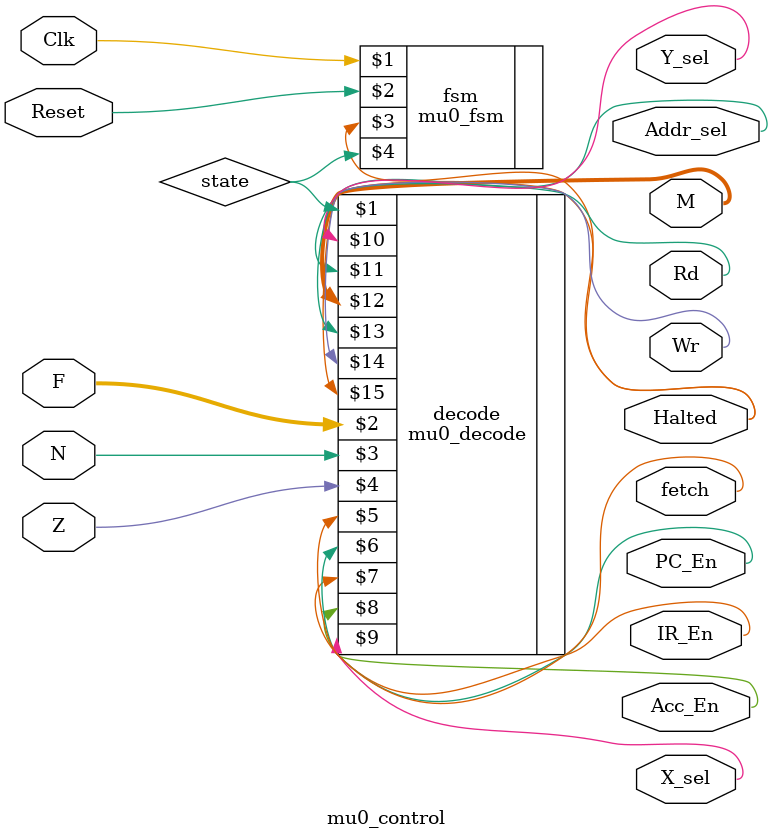
<source format=v>

`timescale 1ns/100ps

// for simulation purposes, do not delete
`default_nettype none

// module definition

module mu0_control(input  wire         Clk,      // System clock
                   input  wire         Reset,    // System reset
                   input  wire  [3:0]  F,        // Bits [15:12] of the IR
                   input  wire         N,        // Negative flag
                   input  wire         Z,        // Zero flag
                   output wire          fetch,    // Used for debug
                   output wire          PC_En,    // Update PC
                   output wire          IR_En,    // Update IR
                   output wire          Acc_En,   // Update Acc
                   output wire          X_sel,    // Data Out mux(X port on ALU) 0 for Acc, 1 for PC
                   output wire          Y_sel,    // mux, Y port on ALU, 0 for Data In, 1 for Instr 
                   output wire          Addr_sel, // mux, 0 for PC, 1 for IR
                   output wire   [1:0]  M,        // ALU op, 0) Y, 1) X+Y, 2) X+1, 3) X-Y
                   output wire          Rd,       // Memory read
                   output wire          Wr,       // Memory write
                   output wire          Halted);  // MU0 stopped


//Internal signals
wire state;

// Instantiate MU0 FSM
// Uses explicit dot pins - safer than position substitution
mu0_fsm fsm(Clk, Reset, Halted, state);

// Instantiate Control decode
mu0_decode decode(state, F, N, Z, fetch, PC_En, IR_En, Acc_En, X_sel, Y_sel, Addr_sel, M, Rd, Wr, Halted);


endmodule 

// for simulation purposes, do not delete
`default_nettype wire

</source>
